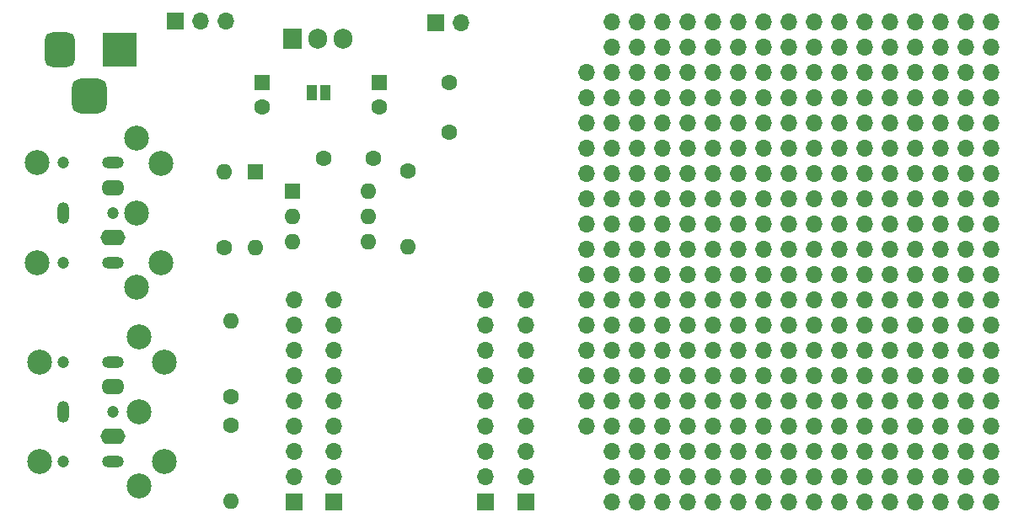
<source format=gbr>
%TF.GenerationSoftware,KiCad,Pcbnew,8.0.7*%
%TF.CreationDate,2025-03-14T17:48:09+00:00*%
%TF.ProjectId,WaveshareZeroMIDIProto,57617665-7368-4617-9265-5a65726f4d49,rev?*%
%TF.SameCoordinates,Original*%
%TF.FileFunction,Soldermask,Top*%
%TF.FilePolarity,Negative*%
%FSLAX46Y46*%
G04 Gerber Fmt 4.6, Leading zero omitted, Abs format (unit mm)*
G04 Created by KiCad (PCBNEW 8.0.7) date 2025-03-14 17:48:09*
%MOMM*%
%LPD*%
G01*
G04 APERTURE LIST*
G04 Aperture macros list*
%AMRoundRect*
0 Rectangle with rounded corners*
0 $1 Rounding radius*
0 $2 $3 $4 $5 $6 $7 $8 $9 X,Y pos of 4 corners*
0 Add a 4 corners polygon primitive as box body*
4,1,4,$2,$3,$4,$5,$6,$7,$8,$9,$2,$3,0*
0 Add four circle primitives for the rounded corners*
1,1,$1+$1,$2,$3*
1,1,$1+$1,$4,$5*
1,1,$1+$1,$6,$7*
1,1,$1+$1,$8,$9*
0 Add four rect primitives between the rounded corners*
20,1,$1+$1,$2,$3,$4,$5,0*
20,1,$1+$1,$4,$5,$6,$7,0*
20,1,$1+$1,$6,$7,$8,$9,0*
20,1,$1+$1,$8,$9,$2,$3,0*%
G04 Aperture macros list end*
%ADD10O,1.700000X1.700000*%
%ADD11O,2.500000X1.600000*%
%ADD12O,2.200000X1.200000*%
%ADD13O,1.200000X2.200000*%
%ADD14O,2.300000X1.600000*%
%ADD15C,1.200000*%
%ADD16R,1.600000X1.600000*%
%ADD17C,1.600000*%
%ADD18R,1.700000X1.700000*%
%ADD19O,1.600000X1.600000*%
%ADD20R,3.500000X3.500000*%
%ADD21RoundRect,0.750000X-0.750000X-1.000000X0.750000X-1.000000X0.750000X1.000000X-0.750000X1.000000X0*%
%ADD22RoundRect,0.875000X-0.875000X-0.875000X0.875000X-0.875000X0.875000X0.875000X-0.875000X0.875000X0*%
%ADD23C,2.499360*%
%ADD24R,1.000000X1.500000*%
%ADD25R,1.905000X2.000000*%
%ADD26O,1.905000X2.000000*%
G04 APERTURE END LIST*
D10*
%TO.C,*%
X135090000Y-74995000D03*
%TD*%
%TO.C,*%
X137630000Y-59755000D03*
%TD*%
%TO.C,*%
X135090000Y-82615000D03*
%TD*%
%TO.C,*%
X117310000Y-57215000D03*
%TD*%
%TO.C,*%
X142710000Y-57215000D03*
%TD*%
%TO.C,*%
X137630000Y-62295000D03*
%TD*%
%TO.C,*%
X132550000Y-74995000D03*
%TD*%
%TO.C,*%
X127470000Y-82615000D03*
%TD*%
%TO.C,*%
X114770000Y-74995000D03*
%TD*%
%TO.C,*%
X142710000Y-64835000D03*
%TD*%
%TO.C,*%
X124930000Y-80075000D03*
%TD*%
%TO.C,*%
X117310000Y-92775000D03*
%TD*%
%TO.C,*%
X132550000Y-67375000D03*
%TD*%
%TO.C,*%
X135090000Y-87695000D03*
%TD*%
%TO.C,*%
X140170000Y-74995000D03*
%TD*%
%TO.C,*%
X117310000Y-74995000D03*
%TD*%
%TO.C,*%
X124930000Y-82615000D03*
%TD*%
%TO.C,*%
X140170000Y-57215000D03*
%TD*%
%TO.C,*%
X137630000Y-85155000D03*
%TD*%
%TO.C,*%
X119850000Y-85155000D03*
%TD*%
%TO.C,*%
X112230000Y-77535000D03*
%TD*%
%TO.C,*%
X124930000Y-67375000D03*
%TD*%
%TO.C,*%
X112230000Y-54675000D03*
%TD*%
%TO.C,*%
X145250000Y-85155000D03*
%TD*%
%TO.C,*%
X137630000Y-80075000D03*
%TD*%
D11*
%TO.C,J2*%
X59500000Y-73800000D03*
D12*
X59500000Y-76300000D03*
D13*
X54500000Y-71300000D03*
D14*
X59500000Y-68800000D03*
D12*
X59500000Y-66300000D03*
D15*
X52000000Y-76300000D03*
X54500000Y-76300000D03*
X59500000Y-71300000D03*
X52000000Y-66300000D03*
X54500000Y-66300000D03*
%TD*%
D10*
%TO.C,*%
X147790000Y-85155000D03*
%TD*%
D16*
%TO.C,C3*%
X86250000Y-58192621D03*
D17*
X86250000Y-60692621D03*
%TD*%
D10*
%TO.C,*%
X145250000Y-92775000D03*
%TD*%
%TO.C,*%
X147790000Y-59755000D03*
%TD*%
%TO.C,*%
X142710000Y-67375000D03*
%TD*%
%TO.C,*%
X117310000Y-54675000D03*
%TD*%
%TO.C,*%
X124930000Y-74995000D03*
%TD*%
%TO.C,*%
X122390000Y-90235000D03*
%TD*%
%TO.C,*%
X119850000Y-80075000D03*
%TD*%
%TO.C,*%
X114770000Y-77535000D03*
%TD*%
%TO.C,*%
X147790000Y-69915000D03*
%TD*%
%TO.C,*%
X122390000Y-57215000D03*
%TD*%
%TO.C,*%
X114770000Y-92775000D03*
%TD*%
%TO.C,*%
X112230000Y-62295000D03*
%TD*%
%TO.C,*%
X119850000Y-87695000D03*
%TD*%
D18*
%TO.C,J9*%
X81750000Y-100395000D03*
D10*
X81750000Y-97855000D03*
X81750000Y-95315000D03*
X81750000Y-92775000D03*
X81750000Y-90235000D03*
X81750000Y-87695000D03*
X81750000Y-85155000D03*
X81750000Y-82615000D03*
X81750000Y-80075000D03*
%TD*%
D17*
%TO.C,R4*%
X89175000Y-67125000D03*
D19*
X89175000Y-74745000D03*
%TD*%
D10*
%TO.C,*%
X147790000Y-54675000D03*
%TD*%
%TO.C,*%
X127470000Y-80075000D03*
%TD*%
%TO.C,*%
X130010000Y-87695000D03*
%TD*%
%TO.C,*%
X119850000Y-90235000D03*
%TD*%
D18*
%TO.C,J5*%
X91975000Y-52175000D03*
D10*
X94515000Y-52175000D03*
%TD*%
%TO.C,*%
X109690000Y-87695000D03*
%TD*%
%TO.C,*%
X109690000Y-82615000D03*
%TD*%
%TO.C,*%
X122390000Y-82615000D03*
%TD*%
%TO.C,*%
X109690000Y-77535000D03*
%TD*%
%TO.C,*%
X140170000Y-54675000D03*
%TD*%
%TO.C,*%
X124930000Y-69915000D03*
%TD*%
%TO.C,*%
X122390000Y-77535000D03*
%TD*%
%TO.C,J15*%
X147790000Y-97855000D03*
X145250000Y-97855000D03*
X142710000Y-97855000D03*
X140170000Y-97855000D03*
X137630000Y-97855000D03*
X135090000Y-97855000D03*
X132550000Y-97855000D03*
X130010000Y-97855000D03*
X127470000Y-97855000D03*
X124930000Y-97855000D03*
X122390000Y-97855000D03*
X119850000Y-97855000D03*
X117310000Y-97855000D03*
X114770000Y-97855000D03*
X112230000Y-97855000D03*
X109690000Y-97855000D03*
%TD*%
%TO.C,*%
X112230000Y-72455000D03*
%TD*%
%TO.C,*%
X135090000Y-59755000D03*
%TD*%
%TO.C,*%
X130010000Y-59755000D03*
%TD*%
%TO.C,*%
X127470000Y-67375000D03*
%TD*%
%TO.C,*%
X147790000Y-62295000D03*
%TD*%
%TO.C,*%
X112230000Y-87695000D03*
%TD*%
%TO.C,*%
X109690000Y-92775000D03*
%TD*%
%TO.C,*%
X135090000Y-69915000D03*
%TD*%
%TO.C,*%
X119850000Y-74995000D03*
%TD*%
%TO.C,*%
X109690000Y-69915000D03*
%TD*%
%TO.C,*%
X130010000Y-77535000D03*
%TD*%
%TO.C,*%
X117310000Y-90235000D03*
%TD*%
%TO.C,*%
X142710000Y-69915000D03*
%TD*%
D16*
%TO.C,D1*%
X73875000Y-67215000D03*
D19*
X73875000Y-74835000D03*
%TD*%
D10*
%TO.C,*%
X132550000Y-59755000D03*
%TD*%
%TO.C,*%
X140170000Y-77535000D03*
%TD*%
%TO.C,*%
X114770000Y-62295000D03*
%TD*%
D15*
%TO.C,J1*%
X54500000Y-86300000D03*
X52000000Y-86300000D03*
X59500000Y-91300000D03*
X54500000Y-96300000D03*
X52000000Y-96300000D03*
D12*
X59500000Y-86300000D03*
D14*
X59500000Y-88800000D03*
D13*
X54500000Y-91300000D03*
D12*
X59500000Y-96300000D03*
D11*
X59500000Y-93800000D03*
%TD*%
D10*
%TO.C,*%
X117310000Y-82615000D03*
%TD*%
D18*
%TO.C,J10*%
X77750000Y-100395000D03*
D10*
X77750000Y-97855000D03*
X77750000Y-95315000D03*
X77750000Y-92775000D03*
X77750000Y-90235000D03*
X77750000Y-87695000D03*
X77750000Y-85155000D03*
X77750000Y-82615000D03*
X77750000Y-80075000D03*
%TD*%
%TO.C,*%
X114770000Y-59755000D03*
%TD*%
%TO.C,*%
X145250000Y-57215000D03*
%TD*%
%TO.C,*%
X112230000Y-64835000D03*
%TD*%
%TO.C,*%
X112230000Y-67375000D03*
%TD*%
%TO.C,*%
X142710000Y-82615000D03*
%TD*%
%TO.C,*%
X135090000Y-64835000D03*
%TD*%
%TO.C,*%
X147790000Y-87695000D03*
%TD*%
%TO.C,*%
X140170000Y-87695000D03*
%TD*%
%TO.C,*%
X119850000Y-82615000D03*
%TD*%
D17*
%TO.C,R2*%
X71375000Y-89760000D03*
D19*
X71375000Y-82140000D03*
%TD*%
D10*
%TO.C,*%
X132550000Y-64835000D03*
%TD*%
%TO.C,*%
X145250000Y-64835000D03*
%TD*%
%TO.C,*%
X147790000Y-77535000D03*
%TD*%
%TO.C,*%
X137630000Y-57215000D03*
%TD*%
%TO.C,*%
X135090000Y-90235000D03*
%TD*%
%TO.C,*%
X122390000Y-64835000D03*
%TD*%
%TO.C,*%
X109690000Y-64835000D03*
%TD*%
%TO.C,*%
X112230000Y-74995000D03*
%TD*%
%TO.C,*%
X130010000Y-57215000D03*
%TD*%
%TO.C,*%
X114770000Y-85155000D03*
%TD*%
%TO.C,*%
X147790000Y-72455000D03*
%TD*%
D16*
%TO.C,U1*%
X77555000Y-69125000D03*
D19*
X77555000Y-71665000D03*
X77555000Y-74205000D03*
X85175000Y-74205000D03*
X85175000Y-71665000D03*
X85175000Y-69125000D03*
%TD*%
D10*
%TO.C,*%
X135090000Y-92775000D03*
%TD*%
%TO.C,*%
X122390000Y-80075000D03*
%TD*%
%TO.C,*%
X112230000Y-82615000D03*
%TD*%
%TO.C,*%
X145250000Y-82615000D03*
%TD*%
%TO.C,*%
X130010000Y-92775000D03*
%TD*%
%TO.C,*%
X117310000Y-87695000D03*
%TD*%
%TO.C,*%
X112230000Y-57215000D03*
%TD*%
%TO.C,*%
X142710000Y-62295000D03*
%TD*%
%TO.C,*%
X127470000Y-69915000D03*
%TD*%
%TO.C,*%
X109690000Y-85155000D03*
%TD*%
%TO.C,*%
X137630000Y-74995000D03*
%TD*%
D20*
%TO.C,J12*%
X60200000Y-54892500D03*
D21*
X54200000Y-54892500D03*
D22*
X57200000Y-59592500D03*
%TD*%
D10*
%TO.C,*%
X124930000Y-87695000D03*
%TD*%
D17*
%TO.C,C1*%
X80725000Y-65825000D03*
X85725000Y-65825000D03*
%TD*%
D10*
%TO.C,*%
X114770000Y-72455000D03*
%TD*%
%TO.C,*%
X122390000Y-67375000D03*
%TD*%
%TO.C,*%
X130010000Y-80075000D03*
%TD*%
%TO.C,*%
X137630000Y-77535000D03*
%TD*%
%TO.C,*%
X135090000Y-80075000D03*
%TD*%
%TO.C,*%
X140170000Y-90235000D03*
%TD*%
%TO.C,*%
X140170000Y-62295000D03*
%TD*%
%TO.C,*%
X137630000Y-54675000D03*
%TD*%
%TO.C,*%
X124930000Y-72455000D03*
%TD*%
%TO.C,*%
X132550000Y-87695000D03*
%TD*%
D16*
%TO.C,C2*%
X74500000Y-58192621D03*
D17*
X74500000Y-60692621D03*
%TD*%
D10*
%TO.C,*%
X130010000Y-62295000D03*
%TD*%
%TO.C,*%
X147790000Y-90235000D03*
%TD*%
D18*
%TO.C,J7*%
X100990000Y-100395000D03*
D10*
X100990000Y-97855000D03*
X100990000Y-95315000D03*
X100990000Y-92775000D03*
X100990000Y-90235000D03*
X100990000Y-87695000D03*
X100990000Y-85155000D03*
X100990000Y-82615000D03*
X100990000Y-80075000D03*
%TD*%
%TO.C,*%
X147790000Y-64835000D03*
%TD*%
%TO.C,*%
X124930000Y-59755000D03*
%TD*%
%TO.C,*%
X114770000Y-64835000D03*
%TD*%
%TO.C,*%
X142710000Y-92775000D03*
%TD*%
D18*
%TO.C,J8*%
X96990000Y-100395000D03*
D10*
X96990000Y-97855000D03*
X96990000Y-95315000D03*
X96990000Y-92775000D03*
X96990000Y-90235000D03*
X96990000Y-87695000D03*
X96990000Y-85155000D03*
X96990000Y-82615000D03*
X96990000Y-80075000D03*
%TD*%
%TO.C,*%
X137630000Y-72455000D03*
%TD*%
%TO.C,*%
X109690000Y-57215000D03*
%TD*%
%TO.C,*%
X109690000Y-54675000D03*
%TD*%
D23*
%TO.C,J4*%
X52192300Y-86298740D03*
X52192300Y-96301260D03*
X62187200Y-98798080D03*
X62189740Y-91300000D03*
X62187200Y-83801920D03*
X64689100Y-96296180D03*
X64689100Y-86303820D03*
%TD*%
D10*
%TO.C,*%
X119850000Y-67375000D03*
%TD*%
%TO.C,*%
X147790000Y-67375000D03*
%TD*%
D17*
%TO.C,R1*%
X70725000Y-74850000D03*
D19*
X70725000Y-67230000D03*
%TD*%
D10*
%TO.C,*%
X124930000Y-85155000D03*
%TD*%
%TO.C,*%
X130010000Y-74995000D03*
%TD*%
D17*
%TO.C,C4*%
X93300000Y-58200000D03*
X93300000Y-63200000D03*
%TD*%
D10*
%TO.C,*%
X109690000Y-67375000D03*
%TD*%
%TO.C,*%
X112230000Y-92775000D03*
%TD*%
%TO.C,*%
X130010000Y-64835000D03*
%TD*%
%TO.C,*%
X119850000Y-59755000D03*
%TD*%
%TO.C,*%
X142710000Y-59755000D03*
%TD*%
%TO.C,*%
X147790000Y-74995000D03*
%TD*%
%TO.C,*%
X119850000Y-57215000D03*
%TD*%
%TO.C,*%
X124930000Y-92775000D03*
%TD*%
%TO.C,*%
X145250000Y-77535000D03*
%TD*%
%TO.C,*%
X124930000Y-64835000D03*
%TD*%
%TO.C,*%
X135090000Y-54675000D03*
%TD*%
%TO.C,*%
X132550000Y-82615000D03*
%TD*%
%TO.C,*%
X114770000Y-54675000D03*
%TD*%
%TO.C,*%
X135090000Y-72455000D03*
%TD*%
%TO.C,*%
X140170000Y-92775000D03*
%TD*%
%TO.C,*%
X117310000Y-62295000D03*
%TD*%
%TO.C,*%
X119850000Y-64835000D03*
%TD*%
%TO.C,*%
X117310000Y-67375000D03*
%TD*%
%TO.C,*%
X137630000Y-67375000D03*
%TD*%
%TO.C,*%
X137630000Y-69915000D03*
%TD*%
%TO.C,*%
X109690000Y-90235000D03*
%TD*%
%TO.C,*%
X145250000Y-67375000D03*
%TD*%
%TO.C,*%
X127470000Y-77535000D03*
%TD*%
%TO.C,*%
X122390000Y-87695000D03*
%TD*%
%TO.C,*%
X122390000Y-62295000D03*
%TD*%
%TO.C,*%
X117310000Y-80075000D03*
%TD*%
%TO.C,*%
X112230000Y-80075000D03*
%TD*%
%TO.C,*%
X132550000Y-77535000D03*
%TD*%
%TO.C,*%
X124930000Y-77535000D03*
%TD*%
%TO.C,J13*%
X147790000Y-100395000D03*
X145250000Y-100395000D03*
X142710000Y-100395000D03*
X140170000Y-100395000D03*
X137630000Y-100395000D03*
X135090000Y-100395000D03*
X132550000Y-100395000D03*
X130010000Y-100395000D03*
X127470000Y-100395000D03*
X124930000Y-100395000D03*
X122390000Y-100395000D03*
X119850000Y-100395000D03*
X117310000Y-100395000D03*
X114770000Y-100395000D03*
X112230000Y-100395000D03*
X109690000Y-100395000D03*
%TD*%
%TO.C,*%
X117310000Y-69915000D03*
%TD*%
%TO.C,*%
X122390000Y-85155000D03*
%TD*%
%TO.C,*%
X132550000Y-54675000D03*
%TD*%
%TO.C,*%
X119850000Y-77535000D03*
%TD*%
%TO.C,*%
X114770000Y-69915000D03*
%TD*%
%TO.C,*%
X127470000Y-74995000D03*
%TD*%
%TO.C,*%
X127470000Y-72455000D03*
%TD*%
%TO.C,*%
X130010000Y-54675000D03*
%TD*%
%TO.C,*%
X135090000Y-67375000D03*
%TD*%
%TO.C,*%
X132550000Y-90235000D03*
%TD*%
%TO.C,J6*%
X107150000Y-77535000D03*
X107150000Y-74995000D03*
X107150000Y-72455000D03*
X107150000Y-69915000D03*
X107150000Y-67375000D03*
X107150000Y-64835000D03*
X107150000Y-62295000D03*
X107150000Y-59755000D03*
X107150000Y-57215000D03*
%TD*%
%TO.C,*%
X112230000Y-69915000D03*
%TD*%
%TO.C,*%
X147790000Y-92775000D03*
%TD*%
%TO.C,*%
X142710000Y-54675000D03*
%TD*%
%TO.C,*%
X137630000Y-82615000D03*
%TD*%
%TO.C,*%
X145250000Y-74995000D03*
%TD*%
%TO.C,*%
X127470000Y-59755000D03*
%TD*%
%TO.C,*%
X142710000Y-72455000D03*
%TD*%
%TO.C,*%
X114770000Y-87695000D03*
%TD*%
%TO.C,*%
X117310000Y-59755000D03*
%TD*%
%TO.C,*%
X132550000Y-62295000D03*
%TD*%
%TO.C,*%
X112230000Y-90235000D03*
%TD*%
%TO.C,*%
X114770000Y-67375000D03*
%TD*%
%TO.C,*%
X124930000Y-54675000D03*
%TD*%
%TO.C,*%
X114770000Y-57215000D03*
%TD*%
%TO.C,*%
X119850000Y-62295000D03*
%TD*%
D17*
%TO.C,R3*%
X71375000Y-92700000D03*
D19*
X71375000Y-100320000D03*
%TD*%
D10*
%TO.C,*%
X130010000Y-72455000D03*
%TD*%
%TO.C,*%
X147790000Y-82615000D03*
%TD*%
%TO.C,*%
X137630000Y-90235000D03*
%TD*%
%TO.C,*%
X117310000Y-77535000D03*
%TD*%
%TO.C,*%
X109690000Y-80075000D03*
%TD*%
%TO.C,*%
X135090000Y-85155000D03*
%TD*%
%TO.C,*%
X130010000Y-67375000D03*
%TD*%
%TO.C,*%
X122390000Y-54675000D03*
%TD*%
D18*
%TO.C,SW1*%
X65800000Y-52000000D03*
D10*
X68340000Y-52000000D03*
X70880000Y-52000000D03*
%TD*%
%TO.C,*%
X145250000Y-62295000D03*
%TD*%
%TO.C,*%
X145250000Y-80075000D03*
%TD*%
%TO.C,*%
X142710000Y-77535000D03*
%TD*%
%TO.C,*%
X137630000Y-64835000D03*
%TD*%
%TO.C,*%
X124930000Y-62295000D03*
%TD*%
%TO.C,*%
X127470000Y-57215000D03*
%TD*%
%TO.C,*%
X140170000Y-72455000D03*
%TD*%
%TO.C,*%
X145250000Y-72455000D03*
%TD*%
%TO.C,*%
X122390000Y-59755000D03*
%TD*%
%TO.C,*%
X140170000Y-82615000D03*
%TD*%
%TO.C,*%
X132550000Y-57215000D03*
%TD*%
%TO.C,*%
X112230000Y-59755000D03*
%TD*%
%TO.C,*%
X145250000Y-90235000D03*
%TD*%
%TO.C,*%
X142710000Y-85155000D03*
%TD*%
%TO.C,*%
X142710000Y-80075000D03*
%TD*%
%TO.C,*%
X140170000Y-69915000D03*
%TD*%
%TO.C,*%
X145250000Y-59755000D03*
%TD*%
%TO.C,*%
X112230000Y-85155000D03*
%TD*%
%TO.C,*%
X109690000Y-62295000D03*
%TD*%
%TO.C,*%
X140170000Y-64835000D03*
%TD*%
%TO.C,*%
X147790000Y-80075000D03*
%TD*%
%TO.C,*%
X130010000Y-82615000D03*
%TD*%
%TO.C,*%
X122390000Y-74995000D03*
%TD*%
%TO.C,*%
X114770000Y-90235000D03*
%TD*%
%TO.C,*%
X130010000Y-85155000D03*
%TD*%
D24*
%TO.C,JP1*%
X79550000Y-59250000D03*
X80850000Y-59250000D03*
%TD*%
D10*
%TO.C,*%
X127470000Y-62295000D03*
%TD*%
%TO.C,*%
X127470000Y-64835000D03*
%TD*%
%TO.C,*%
X135090000Y-77535000D03*
%TD*%
%TO.C,*%
X142710000Y-90235000D03*
%TD*%
%TO.C,*%
X119850000Y-72455000D03*
%TD*%
%TO.C,*%
X127470000Y-85155000D03*
%TD*%
%TO.C,J16*%
X147790000Y-52135000D03*
X145250000Y-52135000D03*
X142710000Y-52135000D03*
X140170000Y-52135000D03*
X137630000Y-52135000D03*
X135090000Y-52135000D03*
X132550000Y-52135000D03*
X130010000Y-52135000D03*
X127470000Y-52135000D03*
X124930000Y-52135000D03*
X122390000Y-52135000D03*
X119850000Y-52135000D03*
X117310000Y-52135000D03*
X114770000Y-52135000D03*
X112230000Y-52135000D03*
X109690000Y-52135000D03*
%TD*%
%TO.C,*%
X122390000Y-69915000D03*
%TD*%
%TO.C,*%
X132550000Y-85155000D03*
%TD*%
%TO.C,*%
X119850000Y-54675000D03*
%TD*%
%TO.C,*%
X135090000Y-62295000D03*
%TD*%
%TO.C,*%
X119850000Y-92775000D03*
%TD*%
%TO.C,*%
X127470000Y-54675000D03*
%TD*%
%TO.C,*%
X142710000Y-87695000D03*
%TD*%
%TO.C,*%
X140170000Y-59755000D03*
%TD*%
%TO.C,*%
X117310000Y-85155000D03*
%TD*%
%TO.C,*%
X130010000Y-69915000D03*
%TD*%
%TO.C,*%
X127470000Y-90235000D03*
%TD*%
%TO.C,*%
X147790000Y-57215000D03*
%TD*%
%TO.C,*%
X127470000Y-92775000D03*
%TD*%
%TO.C,J14*%
X147790000Y-95315000D03*
X145250000Y-95315000D03*
X142710000Y-95315000D03*
X140170000Y-95315000D03*
X137630000Y-95315000D03*
X135090000Y-95315000D03*
X132550000Y-95315000D03*
X130010000Y-95315000D03*
X127470000Y-95315000D03*
X124930000Y-95315000D03*
X122390000Y-95315000D03*
X119850000Y-95315000D03*
X117310000Y-95315000D03*
X114770000Y-95315000D03*
X112230000Y-95315000D03*
X109690000Y-95315000D03*
%TD*%
%TO.C,*%
X140170000Y-67375000D03*
%TD*%
%TO.C,*%
X132550000Y-69915000D03*
%TD*%
%TO.C,*%
X145250000Y-69915000D03*
%TD*%
%TO.C,*%
X122390000Y-72455000D03*
%TD*%
%TO.C,*%
X132550000Y-72455000D03*
%TD*%
%TO.C,*%
X140170000Y-80075000D03*
%TD*%
%TO.C,*%
X124930000Y-90235000D03*
%TD*%
D25*
%TO.C,U2*%
X77545000Y-53775000D03*
D26*
X80085000Y-53775000D03*
X82625000Y-53775000D03*
%TD*%
D10*
%TO.C,*%
X114770000Y-80075000D03*
%TD*%
%TO.C,*%
X127470000Y-87695000D03*
%TD*%
%TO.C,*%
X114770000Y-82615000D03*
%TD*%
%TO.C,*%
X109690000Y-74995000D03*
%TD*%
%TO.C,*%
X142710000Y-74995000D03*
%TD*%
%TO.C,*%
X135090000Y-57215000D03*
%TD*%
%TO.C,*%
X137630000Y-92775000D03*
%TD*%
%TO.C,*%
X132550000Y-92775000D03*
%TD*%
%TO.C,*%
X109690000Y-72455000D03*
%TD*%
%TO.C,*%
X130010000Y-90235000D03*
%TD*%
%TO.C,*%
X140170000Y-85155000D03*
%TD*%
%TO.C,*%
X119850000Y-69915000D03*
%TD*%
%TO.C,*%
X122390000Y-92775000D03*
%TD*%
%TO.C,*%
X137630000Y-87695000D03*
%TD*%
%TO.C,J11*%
X107150000Y-92775000D03*
X107150000Y-90235000D03*
X107150000Y-87695000D03*
X107150000Y-85155000D03*
X107150000Y-82615000D03*
X107150000Y-80075000D03*
%TD*%
%TO.C,*%
X145250000Y-87695000D03*
%TD*%
%TO.C,*%
X117310000Y-64835000D03*
%TD*%
%TO.C,*%
X145250000Y-54675000D03*
%TD*%
%TO.C,*%
X117310000Y-72455000D03*
%TD*%
%TO.C,*%
X124930000Y-57215000D03*
%TD*%
%TO.C,*%
X132550000Y-80075000D03*
%TD*%
%TO.C,*%
X109690000Y-59755000D03*
%TD*%
D23*
%TO.C,J3*%
X51892300Y-66298740D03*
X51892300Y-76301260D03*
X61887200Y-78798080D03*
X61889740Y-71300000D03*
X61887200Y-63801920D03*
X64389100Y-76296180D03*
X64389100Y-66303820D03*
%TD*%
M02*

</source>
